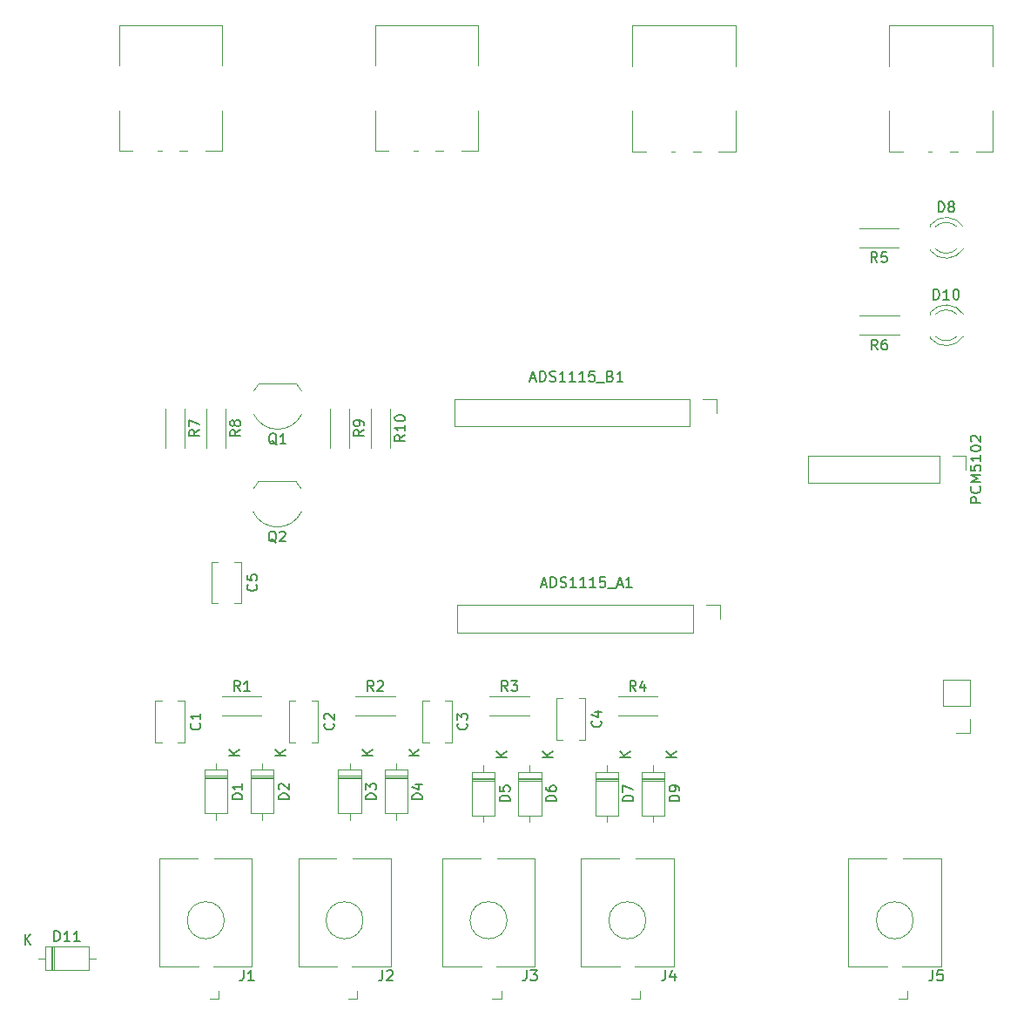
<source format=gbr>
%TF.GenerationSoftware,KiCad,Pcbnew,8.0.0*%
%TF.CreationDate,2024-04-01T16:50:34+09:00*%
%TF.ProjectId,Raverack,52617665-7261-4636-9b2e-6b696361645f,rev?*%
%TF.SameCoordinates,Original*%
%TF.FileFunction,Legend,Top*%
%TF.FilePolarity,Positive*%
%FSLAX46Y46*%
G04 Gerber Fmt 4.6, Leading zero omitted, Abs format (unit mm)*
G04 Created by KiCad (PCBNEW 8.0.0) date 2024-04-01 16:50:34*
%MOMM*%
%LPD*%
G01*
G04 APERTURE LIST*
%ADD10C,0.150000*%
%ADD11C,0.120000*%
G04 APERTURE END LIST*
D10*
X124909580Y-103666666D02*
X124957200Y-103714285D01*
X124957200Y-103714285D02*
X125004819Y-103857142D01*
X125004819Y-103857142D02*
X125004819Y-103952380D01*
X125004819Y-103952380D02*
X124957200Y-104095237D01*
X124957200Y-104095237D02*
X124861961Y-104190475D01*
X124861961Y-104190475D02*
X124766723Y-104238094D01*
X124766723Y-104238094D02*
X124576247Y-104285713D01*
X124576247Y-104285713D02*
X124433390Y-104285713D01*
X124433390Y-104285713D02*
X124242914Y-104238094D01*
X124242914Y-104238094D02*
X124147676Y-104190475D01*
X124147676Y-104190475D02*
X124052438Y-104095237D01*
X124052438Y-104095237D02*
X124004819Y-103952380D01*
X124004819Y-103952380D02*
X124004819Y-103857142D01*
X124004819Y-103857142D02*
X124052438Y-103714285D01*
X124052438Y-103714285D02*
X124100057Y-103666666D01*
X124100057Y-103285713D02*
X124052438Y-103238094D01*
X124052438Y-103238094D02*
X124004819Y-103142856D01*
X124004819Y-103142856D02*
X124004819Y-102904761D01*
X124004819Y-102904761D02*
X124052438Y-102809523D01*
X124052438Y-102809523D02*
X124100057Y-102761904D01*
X124100057Y-102761904D02*
X124195295Y-102714285D01*
X124195295Y-102714285D02*
X124290533Y-102714285D01*
X124290533Y-102714285D02*
X124433390Y-102761904D01*
X124433390Y-102761904D02*
X125004819Y-103333332D01*
X125004819Y-103333332D02*
X125004819Y-102714285D01*
X154333333Y-100534819D02*
X154000000Y-100058628D01*
X153761905Y-100534819D02*
X153761905Y-99534819D01*
X153761905Y-99534819D02*
X154142857Y-99534819D01*
X154142857Y-99534819D02*
X154238095Y-99582438D01*
X154238095Y-99582438D02*
X154285714Y-99630057D01*
X154285714Y-99630057D02*
X154333333Y-99725295D01*
X154333333Y-99725295D02*
X154333333Y-99868152D01*
X154333333Y-99868152D02*
X154285714Y-99963390D01*
X154285714Y-99963390D02*
X154238095Y-100011009D01*
X154238095Y-100011009D02*
X154142857Y-100058628D01*
X154142857Y-100058628D02*
X153761905Y-100058628D01*
X155190476Y-99868152D02*
X155190476Y-100534819D01*
X154952381Y-99487200D02*
X154714286Y-100201485D01*
X154714286Y-100201485D02*
X155333333Y-100201485D01*
X128833333Y-100534819D02*
X128500000Y-100058628D01*
X128261905Y-100534819D02*
X128261905Y-99534819D01*
X128261905Y-99534819D02*
X128642857Y-99534819D01*
X128642857Y-99534819D02*
X128738095Y-99582438D01*
X128738095Y-99582438D02*
X128785714Y-99630057D01*
X128785714Y-99630057D02*
X128833333Y-99725295D01*
X128833333Y-99725295D02*
X128833333Y-99868152D01*
X128833333Y-99868152D02*
X128785714Y-99963390D01*
X128785714Y-99963390D02*
X128738095Y-100011009D01*
X128738095Y-100011009D02*
X128642857Y-100058628D01*
X128642857Y-100058628D02*
X128261905Y-100058628D01*
X129214286Y-99630057D02*
X129261905Y-99582438D01*
X129261905Y-99582438D02*
X129357143Y-99534819D01*
X129357143Y-99534819D02*
X129595238Y-99534819D01*
X129595238Y-99534819D02*
X129690476Y-99582438D01*
X129690476Y-99582438D02*
X129738095Y-99630057D01*
X129738095Y-99630057D02*
X129785714Y-99725295D01*
X129785714Y-99725295D02*
X129785714Y-99820533D01*
X129785714Y-99820533D02*
X129738095Y-99963390D01*
X129738095Y-99963390D02*
X129166667Y-100534819D01*
X129166667Y-100534819D02*
X129785714Y-100534819D01*
X116074819Y-111048094D02*
X115074819Y-111048094D01*
X115074819Y-111048094D02*
X115074819Y-110809999D01*
X115074819Y-110809999D02*
X115122438Y-110667142D01*
X115122438Y-110667142D02*
X115217676Y-110571904D01*
X115217676Y-110571904D02*
X115312914Y-110524285D01*
X115312914Y-110524285D02*
X115503390Y-110476666D01*
X115503390Y-110476666D02*
X115646247Y-110476666D01*
X115646247Y-110476666D02*
X115836723Y-110524285D01*
X115836723Y-110524285D02*
X115931961Y-110571904D01*
X115931961Y-110571904D02*
X116027200Y-110667142D01*
X116027200Y-110667142D02*
X116074819Y-110809999D01*
X116074819Y-110809999D02*
X116074819Y-111048094D01*
X116074819Y-109524285D02*
X116074819Y-110095713D01*
X116074819Y-109809999D02*
X115074819Y-109809999D01*
X115074819Y-109809999D02*
X115217676Y-109905237D01*
X115217676Y-109905237D02*
X115312914Y-110000475D01*
X115312914Y-110000475D02*
X115360533Y-110095713D01*
X115754819Y-106761904D02*
X114754819Y-106761904D01*
X115754819Y-106190476D02*
X115183390Y-106619047D01*
X114754819Y-106190476D02*
X115326247Y-106761904D01*
X129696666Y-127654819D02*
X129696666Y-128369104D01*
X129696666Y-128369104D02*
X129649047Y-128511961D01*
X129649047Y-128511961D02*
X129553809Y-128607200D01*
X129553809Y-128607200D02*
X129410952Y-128654819D01*
X129410952Y-128654819D02*
X129315714Y-128654819D01*
X130125238Y-127750057D02*
X130172857Y-127702438D01*
X130172857Y-127702438D02*
X130268095Y-127654819D01*
X130268095Y-127654819D02*
X130506190Y-127654819D01*
X130506190Y-127654819D02*
X130601428Y-127702438D01*
X130601428Y-127702438D02*
X130649047Y-127750057D01*
X130649047Y-127750057D02*
X130696666Y-127845295D01*
X130696666Y-127845295D02*
X130696666Y-127940533D01*
X130696666Y-127940533D02*
X130649047Y-128083390D01*
X130649047Y-128083390D02*
X130077619Y-128654819D01*
X130077619Y-128654819D02*
X130696666Y-128654819D01*
X150909580Y-103416666D02*
X150957200Y-103464285D01*
X150957200Y-103464285D02*
X151004819Y-103607142D01*
X151004819Y-103607142D02*
X151004819Y-103702380D01*
X151004819Y-103702380D02*
X150957200Y-103845237D01*
X150957200Y-103845237D02*
X150861961Y-103940475D01*
X150861961Y-103940475D02*
X150766723Y-103988094D01*
X150766723Y-103988094D02*
X150576247Y-104035713D01*
X150576247Y-104035713D02*
X150433390Y-104035713D01*
X150433390Y-104035713D02*
X150242914Y-103988094D01*
X150242914Y-103988094D02*
X150147676Y-103940475D01*
X150147676Y-103940475D02*
X150052438Y-103845237D01*
X150052438Y-103845237D02*
X150004819Y-103702380D01*
X150004819Y-103702380D02*
X150004819Y-103607142D01*
X150004819Y-103607142D02*
X150052438Y-103464285D01*
X150052438Y-103464285D02*
X150100057Y-103416666D01*
X150338152Y-102559523D02*
X151004819Y-102559523D01*
X149957200Y-102797618D02*
X150671485Y-103035713D01*
X150671485Y-103035713D02*
X150671485Y-102416666D01*
X119364761Y-86110057D02*
X119269523Y-86062438D01*
X119269523Y-86062438D02*
X119174285Y-85967200D01*
X119174285Y-85967200D02*
X119031428Y-85824342D01*
X119031428Y-85824342D02*
X118936190Y-85776723D01*
X118936190Y-85776723D02*
X118840952Y-85776723D01*
X118888571Y-86014819D02*
X118793333Y-85967200D01*
X118793333Y-85967200D02*
X118698095Y-85871961D01*
X118698095Y-85871961D02*
X118650476Y-85681485D01*
X118650476Y-85681485D02*
X118650476Y-85348152D01*
X118650476Y-85348152D02*
X118698095Y-85157676D01*
X118698095Y-85157676D02*
X118793333Y-85062438D01*
X118793333Y-85062438D02*
X118888571Y-85014819D01*
X118888571Y-85014819D02*
X119079047Y-85014819D01*
X119079047Y-85014819D02*
X119174285Y-85062438D01*
X119174285Y-85062438D02*
X119269523Y-85157676D01*
X119269523Y-85157676D02*
X119317142Y-85348152D01*
X119317142Y-85348152D02*
X119317142Y-85681485D01*
X119317142Y-85681485D02*
X119269523Y-85871961D01*
X119269523Y-85871961D02*
X119174285Y-85967200D01*
X119174285Y-85967200D02*
X119079047Y-86014819D01*
X119079047Y-86014819D02*
X118888571Y-86014819D01*
X119698095Y-85110057D02*
X119745714Y-85062438D01*
X119745714Y-85062438D02*
X119840952Y-85014819D01*
X119840952Y-85014819D02*
X120079047Y-85014819D01*
X120079047Y-85014819D02*
X120174285Y-85062438D01*
X120174285Y-85062438D02*
X120221904Y-85110057D01*
X120221904Y-85110057D02*
X120269523Y-85205295D01*
X120269523Y-85205295D02*
X120269523Y-85300533D01*
X120269523Y-85300533D02*
X120221904Y-85443390D01*
X120221904Y-85443390D02*
X119650476Y-86014819D01*
X119650476Y-86014819D02*
X120269523Y-86014819D01*
X145135238Y-90169104D02*
X145611428Y-90169104D01*
X145040000Y-90454819D02*
X145373333Y-89454819D01*
X145373333Y-89454819D02*
X145706666Y-90454819D01*
X146040000Y-90454819D02*
X146040000Y-89454819D01*
X146040000Y-89454819D02*
X146278095Y-89454819D01*
X146278095Y-89454819D02*
X146420952Y-89502438D01*
X146420952Y-89502438D02*
X146516190Y-89597676D01*
X146516190Y-89597676D02*
X146563809Y-89692914D01*
X146563809Y-89692914D02*
X146611428Y-89883390D01*
X146611428Y-89883390D02*
X146611428Y-90026247D01*
X146611428Y-90026247D02*
X146563809Y-90216723D01*
X146563809Y-90216723D02*
X146516190Y-90311961D01*
X146516190Y-90311961D02*
X146420952Y-90407200D01*
X146420952Y-90407200D02*
X146278095Y-90454819D01*
X146278095Y-90454819D02*
X146040000Y-90454819D01*
X146992381Y-90407200D02*
X147135238Y-90454819D01*
X147135238Y-90454819D02*
X147373333Y-90454819D01*
X147373333Y-90454819D02*
X147468571Y-90407200D01*
X147468571Y-90407200D02*
X147516190Y-90359580D01*
X147516190Y-90359580D02*
X147563809Y-90264342D01*
X147563809Y-90264342D02*
X147563809Y-90169104D01*
X147563809Y-90169104D02*
X147516190Y-90073866D01*
X147516190Y-90073866D02*
X147468571Y-90026247D01*
X147468571Y-90026247D02*
X147373333Y-89978628D01*
X147373333Y-89978628D02*
X147182857Y-89931009D01*
X147182857Y-89931009D02*
X147087619Y-89883390D01*
X147087619Y-89883390D02*
X147040000Y-89835771D01*
X147040000Y-89835771D02*
X146992381Y-89740533D01*
X146992381Y-89740533D02*
X146992381Y-89645295D01*
X146992381Y-89645295D02*
X147040000Y-89550057D01*
X147040000Y-89550057D02*
X147087619Y-89502438D01*
X147087619Y-89502438D02*
X147182857Y-89454819D01*
X147182857Y-89454819D02*
X147420952Y-89454819D01*
X147420952Y-89454819D02*
X147563809Y-89502438D01*
X148516190Y-90454819D02*
X147944762Y-90454819D01*
X148230476Y-90454819D02*
X148230476Y-89454819D01*
X148230476Y-89454819D02*
X148135238Y-89597676D01*
X148135238Y-89597676D02*
X148040000Y-89692914D01*
X148040000Y-89692914D02*
X147944762Y-89740533D01*
X149468571Y-90454819D02*
X148897143Y-90454819D01*
X149182857Y-90454819D02*
X149182857Y-89454819D01*
X149182857Y-89454819D02*
X149087619Y-89597676D01*
X149087619Y-89597676D02*
X148992381Y-89692914D01*
X148992381Y-89692914D02*
X148897143Y-89740533D01*
X150420952Y-90454819D02*
X149849524Y-90454819D01*
X150135238Y-90454819D02*
X150135238Y-89454819D01*
X150135238Y-89454819D02*
X150040000Y-89597676D01*
X150040000Y-89597676D02*
X149944762Y-89692914D01*
X149944762Y-89692914D02*
X149849524Y-89740533D01*
X151325714Y-89454819D02*
X150849524Y-89454819D01*
X150849524Y-89454819D02*
X150801905Y-89931009D01*
X150801905Y-89931009D02*
X150849524Y-89883390D01*
X150849524Y-89883390D02*
X150944762Y-89835771D01*
X150944762Y-89835771D02*
X151182857Y-89835771D01*
X151182857Y-89835771D02*
X151278095Y-89883390D01*
X151278095Y-89883390D02*
X151325714Y-89931009D01*
X151325714Y-89931009D02*
X151373333Y-90026247D01*
X151373333Y-90026247D02*
X151373333Y-90264342D01*
X151373333Y-90264342D02*
X151325714Y-90359580D01*
X151325714Y-90359580D02*
X151278095Y-90407200D01*
X151278095Y-90407200D02*
X151182857Y-90454819D01*
X151182857Y-90454819D02*
X150944762Y-90454819D01*
X150944762Y-90454819D02*
X150849524Y-90407200D01*
X150849524Y-90407200D02*
X150801905Y-90359580D01*
X151563810Y-90550057D02*
X152325714Y-90550057D01*
X152516191Y-90169104D02*
X152992381Y-90169104D01*
X152420953Y-90454819D02*
X152754286Y-89454819D01*
X152754286Y-89454819D02*
X153087619Y-90454819D01*
X153944762Y-90454819D02*
X153373334Y-90454819D01*
X153659048Y-90454819D02*
X153659048Y-89454819D01*
X153659048Y-89454819D02*
X153563810Y-89597676D01*
X153563810Y-89597676D02*
X153468572Y-89692914D01*
X153468572Y-89692914D02*
X153373334Y-89740533D01*
X115833333Y-100534819D02*
X115500000Y-100058628D01*
X115261905Y-100534819D02*
X115261905Y-99534819D01*
X115261905Y-99534819D02*
X115642857Y-99534819D01*
X115642857Y-99534819D02*
X115738095Y-99582438D01*
X115738095Y-99582438D02*
X115785714Y-99630057D01*
X115785714Y-99630057D02*
X115833333Y-99725295D01*
X115833333Y-99725295D02*
X115833333Y-99868152D01*
X115833333Y-99868152D02*
X115785714Y-99963390D01*
X115785714Y-99963390D02*
X115738095Y-100011009D01*
X115738095Y-100011009D02*
X115642857Y-100058628D01*
X115642857Y-100058628D02*
X115261905Y-100058628D01*
X116785714Y-100534819D02*
X116214286Y-100534819D01*
X116500000Y-100534819D02*
X116500000Y-99534819D01*
X116500000Y-99534819D02*
X116404762Y-99677676D01*
X116404762Y-99677676D02*
X116309524Y-99772914D01*
X116309524Y-99772914D02*
X116214286Y-99820533D01*
X142074819Y-111238094D02*
X141074819Y-111238094D01*
X141074819Y-111238094D02*
X141074819Y-110999999D01*
X141074819Y-110999999D02*
X141122438Y-110857142D01*
X141122438Y-110857142D02*
X141217676Y-110761904D01*
X141217676Y-110761904D02*
X141312914Y-110714285D01*
X141312914Y-110714285D02*
X141503390Y-110666666D01*
X141503390Y-110666666D02*
X141646247Y-110666666D01*
X141646247Y-110666666D02*
X141836723Y-110714285D01*
X141836723Y-110714285D02*
X141931961Y-110761904D01*
X141931961Y-110761904D02*
X142027200Y-110857142D01*
X142027200Y-110857142D02*
X142074819Y-110999999D01*
X142074819Y-110999999D02*
X142074819Y-111238094D01*
X141074819Y-109761904D02*
X141074819Y-110238094D01*
X141074819Y-110238094D02*
X141551009Y-110285713D01*
X141551009Y-110285713D02*
X141503390Y-110238094D01*
X141503390Y-110238094D02*
X141455771Y-110142856D01*
X141455771Y-110142856D02*
X141455771Y-109904761D01*
X141455771Y-109904761D02*
X141503390Y-109809523D01*
X141503390Y-109809523D02*
X141551009Y-109761904D01*
X141551009Y-109761904D02*
X141646247Y-109714285D01*
X141646247Y-109714285D02*
X141884342Y-109714285D01*
X141884342Y-109714285D02*
X141979580Y-109761904D01*
X141979580Y-109761904D02*
X142027200Y-109809523D01*
X142027200Y-109809523D02*
X142074819Y-109904761D01*
X142074819Y-109904761D02*
X142074819Y-110142856D01*
X142074819Y-110142856D02*
X142027200Y-110238094D01*
X142027200Y-110238094D02*
X141979580Y-110285713D01*
X141754819Y-106951904D02*
X140754819Y-106951904D01*
X141754819Y-106380476D02*
X141183390Y-106809047D01*
X140754819Y-106380476D02*
X141326247Y-106951904D01*
X183756905Y-53994819D02*
X183756905Y-52994819D01*
X183756905Y-52994819D02*
X183995000Y-52994819D01*
X183995000Y-52994819D02*
X184137857Y-53042438D01*
X184137857Y-53042438D02*
X184233095Y-53137676D01*
X184233095Y-53137676D02*
X184280714Y-53232914D01*
X184280714Y-53232914D02*
X184328333Y-53423390D01*
X184328333Y-53423390D02*
X184328333Y-53566247D01*
X184328333Y-53566247D02*
X184280714Y-53756723D01*
X184280714Y-53756723D02*
X184233095Y-53851961D01*
X184233095Y-53851961D02*
X184137857Y-53947200D01*
X184137857Y-53947200D02*
X183995000Y-53994819D01*
X183995000Y-53994819D02*
X183756905Y-53994819D01*
X184899762Y-53423390D02*
X184804524Y-53375771D01*
X184804524Y-53375771D02*
X184756905Y-53328152D01*
X184756905Y-53328152D02*
X184709286Y-53232914D01*
X184709286Y-53232914D02*
X184709286Y-53185295D01*
X184709286Y-53185295D02*
X184756905Y-53090057D01*
X184756905Y-53090057D02*
X184804524Y-53042438D01*
X184804524Y-53042438D02*
X184899762Y-52994819D01*
X184899762Y-52994819D02*
X185090238Y-52994819D01*
X185090238Y-52994819D02*
X185185476Y-53042438D01*
X185185476Y-53042438D02*
X185233095Y-53090057D01*
X185233095Y-53090057D02*
X185280714Y-53185295D01*
X185280714Y-53185295D02*
X185280714Y-53232914D01*
X185280714Y-53232914D02*
X185233095Y-53328152D01*
X185233095Y-53328152D02*
X185185476Y-53375771D01*
X185185476Y-53375771D02*
X185090238Y-53423390D01*
X185090238Y-53423390D02*
X184899762Y-53423390D01*
X184899762Y-53423390D02*
X184804524Y-53471009D01*
X184804524Y-53471009D02*
X184756905Y-53518628D01*
X184756905Y-53518628D02*
X184709286Y-53613866D01*
X184709286Y-53613866D02*
X184709286Y-53804342D01*
X184709286Y-53804342D02*
X184756905Y-53899580D01*
X184756905Y-53899580D02*
X184804524Y-53947200D01*
X184804524Y-53947200D02*
X184899762Y-53994819D01*
X184899762Y-53994819D02*
X185090238Y-53994819D01*
X185090238Y-53994819D02*
X185185476Y-53947200D01*
X185185476Y-53947200D02*
X185233095Y-53899580D01*
X185233095Y-53899580D02*
X185280714Y-53804342D01*
X185280714Y-53804342D02*
X185280714Y-53613866D01*
X185280714Y-53613866D02*
X185233095Y-53518628D01*
X185233095Y-53518628D02*
X185185476Y-53471009D01*
X185185476Y-53471009D02*
X185090238Y-53423390D01*
X158574819Y-111238094D02*
X157574819Y-111238094D01*
X157574819Y-111238094D02*
X157574819Y-110999999D01*
X157574819Y-110999999D02*
X157622438Y-110857142D01*
X157622438Y-110857142D02*
X157717676Y-110761904D01*
X157717676Y-110761904D02*
X157812914Y-110714285D01*
X157812914Y-110714285D02*
X158003390Y-110666666D01*
X158003390Y-110666666D02*
X158146247Y-110666666D01*
X158146247Y-110666666D02*
X158336723Y-110714285D01*
X158336723Y-110714285D02*
X158431961Y-110761904D01*
X158431961Y-110761904D02*
X158527200Y-110857142D01*
X158527200Y-110857142D02*
X158574819Y-110999999D01*
X158574819Y-110999999D02*
X158574819Y-111238094D01*
X158574819Y-110190475D02*
X158574819Y-109999999D01*
X158574819Y-109999999D02*
X158527200Y-109904761D01*
X158527200Y-109904761D02*
X158479580Y-109857142D01*
X158479580Y-109857142D02*
X158336723Y-109761904D01*
X158336723Y-109761904D02*
X158146247Y-109714285D01*
X158146247Y-109714285D02*
X157765295Y-109714285D01*
X157765295Y-109714285D02*
X157670057Y-109761904D01*
X157670057Y-109761904D02*
X157622438Y-109809523D01*
X157622438Y-109809523D02*
X157574819Y-109904761D01*
X157574819Y-109904761D02*
X157574819Y-110095237D01*
X157574819Y-110095237D02*
X157622438Y-110190475D01*
X157622438Y-110190475D02*
X157670057Y-110238094D01*
X157670057Y-110238094D02*
X157765295Y-110285713D01*
X157765295Y-110285713D02*
X158003390Y-110285713D01*
X158003390Y-110285713D02*
X158098628Y-110238094D01*
X158098628Y-110238094D02*
X158146247Y-110190475D01*
X158146247Y-110190475D02*
X158193866Y-110095237D01*
X158193866Y-110095237D02*
X158193866Y-109904761D01*
X158193866Y-109904761D02*
X158146247Y-109809523D01*
X158146247Y-109809523D02*
X158098628Y-109761904D01*
X158098628Y-109761904D02*
X158003390Y-109714285D01*
X158254819Y-106951904D02*
X157254819Y-106951904D01*
X158254819Y-106380476D02*
X157683390Y-106809047D01*
X157254819Y-106380476D02*
X157826247Y-106951904D01*
X127874819Y-75166666D02*
X127398628Y-75499999D01*
X127874819Y-75738094D02*
X126874819Y-75738094D01*
X126874819Y-75738094D02*
X126874819Y-75357142D01*
X126874819Y-75357142D02*
X126922438Y-75261904D01*
X126922438Y-75261904D02*
X126970057Y-75214285D01*
X126970057Y-75214285D02*
X127065295Y-75166666D01*
X127065295Y-75166666D02*
X127208152Y-75166666D01*
X127208152Y-75166666D02*
X127303390Y-75214285D01*
X127303390Y-75214285D02*
X127351009Y-75261904D01*
X127351009Y-75261904D02*
X127398628Y-75357142D01*
X127398628Y-75357142D02*
X127398628Y-75738094D01*
X127874819Y-74690475D02*
X127874819Y-74499999D01*
X127874819Y-74499999D02*
X127827200Y-74404761D01*
X127827200Y-74404761D02*
X127779580Y-74357142D01*
X127779580Y-74357142D02*
X127636723Y-74261904D01*
X127636723Y-74261904D02*
X127446247Y-74214285D01*
X127446247Y-74214285D02*
X127065295Y-74214285D01*
X127065295Y-74214285D02*
X126970057Y-74261904D01*
X126970057Y-74261904D02*
X126922438Y-74309523D01*
X126922438Y-74309523D02*
X126874819Y-74404761D01*
X126874819Y-74404761D02*
X126874819Y-74595237D01*
X126874819Y-74595237D02*
X126922438Y-74690475D01*
X126922438Y-74690475D02*
X126970057Y-74738094D01*
X126970057Y-74738094D02*
X127065295Y-74785713D01*
X127065295Y-74785713D02*
X127303390Y-74785713D01*
X127303390Y-74785713D02*
X127398628Y-74738094D01*
X127398628Y-74738094D02*
X127446247Y-74690475D01*
X127446247Y-74690475D02*
X127493866Y-74595237D01*
X127493866Y-74595237D02*
X127493866Y-74404761D01*
X127493866Y-74404761D02*
X127446247Y-74309523D01*
X127446247Y-74309523D02*
X127398628Y-74261904D01*
X127398628Y-74261904D02*
X127303390Y-74214285D01*
X157196666Y-127654819D02*
X157196666Y-128369104D01*
X157196666Y-128369104D02*
X157149047Y-128511961D01*
X157149047Y-128511961D02*
X157053809Y-128607200D01*
X157053809Y-128607200D02*
X156910952Y-128654819D01*
X156910952Y-128654819D02*
X156815714Y-128654819D01*
X158101428Y-127988152D02*
X158101428Y-128654819D01*
X157863333Y-127607200D02*
X157625238Y-128321485D01*
X157625238Y-128321485D02*
X158244285Y-128321485D01*
X177793333Y-58874819D02*
X177460000Y-58398628D01*
X177221905Y-58874819D02*
X177221905Y-57874819D01*
X177221905Y-57874819D02*
X177602857Y-57874819D01*
X177602857Y-57874819D02*
X177698095Y-57922438D01*
X177698095Y-57922438D02*
X177745714Y-57970057D01*
X177745714Y-57970057D02*
X177793333Y-58065295D01*
X177793333Y-58065295D02*
X177793333Y-58208152D01*
X177793333Y-58208152D02*
X177745714Y-58303390D01*
X177745714Y-58303390D02*
X177698095Y-58351009D01*
X177698095Y-58351009D02*
X177602857Y-58398628D01*
X177602857Y-58398628D02*
X177221905Y-58398628D01*
X178698095Y-57874819D02*
X178221905Y-57874819D01*
X178221905Y-57874819D02*
X178174286Y-58351009D01*
X178174286Y-58351009D02*
X178221905Y-58303390D01*
X178221905Y-58303390D02*
X178317143Y-58255771D01*
X178317143Y-58255771D02*
X178555238Y-58255771D01*
X178555238Y-58255771D02*
X178650476Y-58303390D01*
X178650476Y-58303390D02*
X178698095Y-58351009D01*
X178698095Y-58351009D02*
X178745714Y-58446247D01*
X178745714Y-58446247D02*
X178745714Y-58684342D01*
X178745714Y-58684342D02*
X178698095Y-58779580D01*
X178698095Y-58779580D02*
X178650476Y-58827200D01*
X178650476Y-58827200D02*
X178555238Y-58874819D01*
X178555238Y-58874819D02*
X178317143Y-58874819D01*
X178317143Y-58874819D02*
X178221905Y-58827200D01*
X178221905Y-58827200D02*
X178174286Y-58779580D01*
X97785714Y-124834819D02*
X97785714Y-123834819D01*
X97785714Y-123834819D02*
X98023809Y-123834819D01*
X98023809Y-123834819D02*
X98166666Y-123882438D01*
X98166666Y-123882438D02*
X98261904Y-123977676D01*
X98261904Y-123977676D02*
X98309523Y-124072914D01*
X98309523Y-124072914D02*
X98357142Y-124263390D01*
X98357142Y-124263390D02*
X98357142Y-124406247D01*
X98357142Y-124406247D02*
X98309523Y-124596723D01*
X98309523Y-124596723D02*
X98261904Y-124691961D01*
X98261904Y-124691961D02*
X98166666Y-124787200D01*
X98166666Y-124787200D02*
X98023809Y-124834819D01*
X98023809Y-124834819D02*
X97785714Y-124834819D01*
X99309523Y-124834819D02*
X98738095Y-124834819D01*
X99023809Y-124834819D02*
X99023809Y-123834819D01*
X99023809Y-123834819D02*
X98928571Y-123977676D01*
X98928571Y-123977676D02*
X98833333Y-124072914D01*
X98833333Y-124072914D02*
X98738095Y-124120533D01*
X100261904Y-124834819D02*
X99690476Y-124834819D01*
X99976190Y-124834819D02*
X99976190Y-123834819D01*
X99976190Y-123834819D02*
X99880952Y-123977676D01*
X99880952Y-123977676D02*
X99785714Y-124072914D01*
X99785714Y-124072914D02*
X99690476Y-124120533D01*
X94928095Y-125154819D02*
X94928095Y-124154819D01*
X95499523Y-125154819D02*
X95070952Y-124583390D01*
X95499523Y-124154819D02*
X94928095Y-124726247D01*
X183280714Y-62494819D02*
X183280714Y-61494819D01*
X183280714Y-61494819D02*
X183518809Y-61494819D01*
X183518809Y-61494819D02*
X183661666Y-61542438D01*
X183661666Y-61542438D02*
X183756904Y-61637676D01*
X183756904Y-61637676D02*
X183804523Y-61732914D01*
X183804523Y-61732914D02*
X183852142Y-61923390D01*
X183852142Y-61923390D02*
X183852142Y-62066247D01*
X183852142Y-62066247D02*
X183804523Y-62256723D01*
X183804523Y-62256723D02*
X183756904Y-62351961D01*
X183756904Y-62351961D02*
X183661666Y-62447200D01*
X183661666Y-62447200D02*
X183518809Y-62494819D01*
X183518809Y-62494819D02*
X183280714Y-62494819D01*
X184804523Y-62494819D02*
X184233095Y-62494819D01*
X184518809Y-62494819D02*
X184518809Y-61494819D01*
X184518809Y-61494819D02*
X184423571Y-61637676D01*
X184423571Y-61637676D02*
X184328333Y-61732914D01*
X184328333Y-61732914D02*
X184233095Y-61780533D01*
X185423571Y-61494819D02*
X185518809Y-61494819D01*
X185518809Y-61494819D02*
X185614047Y-61542438D01*
X185614047Y-61542438D02*
X185661666Y-61590057D01*
X185661666Y-61590057D02*
X185709285Y-61685295D01*
X185709285Y-61685295D02*
X185756904Y-61875771D01*
X185756904Y-61875771D02*
X185756904Y-62113866D01*
X185756904Y-62113866D02*
X185709285Y-62304342D01*
X185709285Y-62304342D02*
X185661666Y-62399580D01*
X185661666Y-62399580D02*
X185614047Y-62447200D01*
X185614047Y-62447200D02*
X185518809Y-62494819D01*
X185518809Y-62494819D02*
X185423571Y-62494819D01*
X185423571Y-62494819D02*
X185328333Y-62447200D01*
X185328333Y-62447200D02*
X185280714Y-62399580D01*
X185280714Y-62399580D02*
X185233095Y-62304342D01*
X185233095Y-62304342D02*
X185185476Y-62113866D01*
X185185476Y-62113866D02*
X185185476Y-61875771D01*
X185185476Y-61875771D02*
X185233095Y-61685295D01*
X185233095Y-61685295D02*
X185280714Y-61590057D01*
X185280714Y-61590057D02*
X185328333Y-61542438D01*
X185328333Y-61542438D02*
X185423571Y-61494819D01*
X146574819Y-111238094D02*
X145574819Y-111238094D01*
X145574819Y-111238094D02*
X145574819Y-110999999D01*
X145574819Y-110999999D02*
X145622438Y-110857142D01*
X145622438Y-110857142D02*
X145717676Y-110761904D01*
X145717676Y-110761904D02*
X145812914Y-110714285D01*
X145812914Y-110714285D02*
X146003390Y-110666666D01*
X146003390Y-110666666D02*
X146146247Y-110666666D01*
X146146247Y-110666666D02*
X146336723Y-110714285D01*
X146336723Y-110714285D02*
X146431961Y-110761904D01*
X146431961Y-110761904D02*
X146527200Y-110857142D01*
X146527200Y-110857142D02*
X146574819Y-110999999D01*
X146574819Y-110999999D02*
X146574819Y-111238094D01*
X145574819Y-109809523D02*
X145574819Y-109999999D01*
X145574819Y-109999999D02*
X145622438Y-110095237D01*
X145622438Y-110095237D02*
X145670057Y-110142856D01*
X145670057Y-110142856D02*
X145812914Y-110238094D01*
X145812914Y-110238094D02*
X146003390Y-110285713D01*
X146003390Y-110285713D02*
X146384342Y-110285713D01*
X146384342Y-110285713D02*
X146479580Y-110238094D01*
X146479580Y-110238094D02*
X146527200Y-110190475D01*
X146527200Y-110190475D02*
X146574819Y-110095237D01*
X146574819Y-110095237D02*
X146574819Y-109904761D01*
X146574819Y-109904761D02*
X146527200Y-109809523D01*
X146527200Y-109809523D02*
X146479580Y-109761904D01*
X146479580Y-109761904D02*
X146384342Y-109714285D01*
X146384342Y-109714285D02*
X146146247Y-109714285D01*
X146146247Y-109714285D02*
X146051009Y-109761904D01*
X146051009Y-109761904D02*
X146003390Y-109809523D01*
X146003390Y-109809523D02*
X145955771Y-109904761D01*
X145955771Y-109904761D02*
X145955771Y-110095237D01*
X145955771Y-110095237D02*
X146003390Y-110190475D01*
X146003390Y-110190475D02*
X146051009Y-110238094D01*
X146051009Y-110238094D02*
X146146247Y-110285713D01*
X146254819Y-106951904D02*
X145254819Y-106951904D01*
X146254819Y-106380476D02*
X145683390Y-106809047D01*
X145254819Y-106380476D02*
X145826247Y-106951904D01*
X137859580Y-103666666D02*
X137907200Y-103714285D01*
X137907200Y-103714285D02*
X137954819Y-103857142D01*
X137954819Y-103857142D02*
X137954819Y-103952380D01*
X137954819Y-103952380D02*
X137907200Y-104095237D01*
X137907200Y-104095237D02*
X137811961Y-104190475D01*
X137811961Y-104190475D02*
X137716723Y-104238094D01*
X137716723Y-104238094D02*
X137526247Y-104285713D01*
X137526247Y-104285713D02*
X137383390Y-104285713D01*
X137383390Y-104285713D02*
X137192914Y-104238094D01*
X137192914Y-104238094D02*
X137097676Y-104190475D01*
X137097676Y-104190475D02*
X137002438Y-104095237D01*
X137002438Y-104095237D02*
X136954819Y-103952380D01*
X136954819Y-103952380D02*
X136954819Y-103857142D01*
X136954819Y-103857142D02*
X137002438Y-103714285D01*
X137002438Y-103714285D02*
X137050057Y-103666666D01*
X136954819Y-103333332D02*
X136954819Y-102714285D01*
X136954819Y-102714285D02*
X137335771Y-103047618D01*
X137335771Y-103047618D02*
X137335771Y-102904761D01*
X137335771Y-102904761D02*
X137383390Y-102809523D01*
X137383390Y-102809523D02*
X137431009Y-102761904D01*
X137431009Y-102761904D02*
X137526247Y-102714285D01*
X137526247Y-102714285D02*
X137764342Y-102714285D01*
X137764342Y-102714285D02*
X137859580Y-102761904D01*
X137859580Y-102761904D02*
X137907200Y-102809523D01*
X137907200Y-102809523D02*
X137954819Y-102904761D01*
X137954819Y-102904761D02*
X137954819Y-103190475D01*
X137954819Y-103190475D02*
X137907200Y-103285713D01*
X137907200Y-103285713D02*
X137859580Y-103333332D01*
X154074819Y-111238094D02*
X153074819Y-111238094D01*
X153074819Y-111238094D02*
X153074819Y-110999999D01*
X153074819Y-110999999D02*
X153122438Y-110857142D01*
X153122438Y-110857142D02*
X153217676Y-110761904D01*
X153217676Y-110761904D02*
X153312914Y-110714285D01*
X153312914Y-110714285D02*
X153503390Y-110666666D01*
X153503390Y-110666666D02*
X153646247Y-110666666D01*
X153646247Y-110666666D02*
X153836723Y-110714285D01*
X153836723Y-110714285D02*
X153931961Y-110761904D01*
X153931961Y-110761904D02*
X154027200Y-110857142D01*
X154027200Y-110857142D02*
X154074819Y-110999999D01*
X154074819Y-110999999D02*
X154074819Y-111238094D01*
X153074819Y-110333332D02*
X153074819Y-109666666D01*
X153074819Y-109666666D02*
X154074819Y-110095237D01*
X153754819Y-106951904D02*
X152754819Y-106951904D01*
X153754819Y-106380476D02*
X153183390Y-106809047D01*
X152754819Y-106380476D02*
X153326247Y-106951904D01*
X120574819Y-111048094D02*
X119574819Y-111048094D01*
X119574819Y-111048094D02*
X119574819Y-110809999D01*
X119574819Y-110809999D02*
X119622438Y-110667142D01*
X119622438Y-110667142D02*
X119717676Y-110571904D01*
X119717676Y-110571904D02*
X119812914Y-110524285D01*
X119812914Y-110524285D02*
X120003390Y-110476666D01*
X120003390Y-110476666D02*
X120146247Y-110476666D01*
X120146247Y-110476666D02*
X120336723Y-110524285D01*
X120336723Y-110524285D02*
X120431961Y-110571904D01*
X120431961Y-110571904D02*
X120527200Y-110667142D01*
X120527200Y-110667142D02*
X120574819Y-110809999D01*
X120574819Y-110809999D02*
X120574819Y-111048094D01*
X119670057Y-110095713D02*
X119622438Y-110048094D01*
X119622438Y-110048094D02*
X119574819Y-109952856D01*
X119574819Y-109952856D02*
X119574819Y-109714761D01*
X119574819Y-109714761D02*
X119622438Y-109619523D01*
X119622438Y-109619523D02*
X119670057Y-109571904D01*
X119670057Y-109571904D02*
X119765295Y-109524285D01*
X119765295Y-109524285D02*
X119860533Y-109524285D01*
X119860533Y-109524285D02*
X120003390Y-109571904D01*
X120003390Y-109571904D02*
X120574819Y-110143332D01*
X120574819Y-110143332D02*
X120574819Y-109524285D01*
X120254819Y-106761904D02*
X119254819Y-106761904D01*
X120254819Y-106190476D02*
X119683390Y-106619047D01*
X119254819Y-106190476D02*
X119826247Y-106761904D01*
X116196666Y-127654819D02*
X116196666Y-128369104D01*
X116196666Y-128369104D02*
X116149047Y-128511961D01*
X116149047Y-128511961D02*
X116053809Y-128607200D01*
X116053809Y-128607200D02*
X115910952Y-128654819D01*
X115910952Y-128654819D02*
X115815714Y-128654819D01*
X117196666Y-128654819D02*
X116625238Y-128654819D01*
X116910952Y-128654819D02*
X116910952Y-127654819D01*
X116910952Y-127654819D02*
X116815714Y-127797676D01*
X116815714Y-127797676D02*
X116720476Y-127892914D01*
X116720476Y-127892914D02*
X116625238Y-127940533D01*
X183196666Y-127654819D02*
X183196666Y-128369104D01*
X183196666Y-128369104D02*
X183149047Y-128511961D01*
X183149047Y-128511961D02*
X183053809Y-128607200D01*
X183053809Y-128607200D02*
X182910952Y-128654819D01*
X182910952Y-128654819D02*
X182815714Y-128654819D01*
X184149047Y-127654819D02*
X183672857Y-127654819D01*
X183672857Y-127654819D02*
X183625238Y-128131009D01*
X183625238Y-128131009D02*
X183672857Y-128083390D01*
X183672857Y-128083390D02*
X183768095Y-128035771D01*
X183768095Y-128035771D02*
X184006190Y-128035771D01*
X184006190Y-128035771D02*
X184101428Y-128083390D01*
X184101428Y-128083390D02*
X184149047Y-128131009D01*
X184149047Y-128131009D02*
X184196666Y-128226247D01*
X184196666Y-128226247D02*
X184196666Y-128464342D01*
X184196666Y-128464342D02*
X184149047Y-128559580D01*
X184149047Y-128559580D02*
X184101428Y-128607200D01*
X184101428Y-128607200D02*
X184006190Y-128654819D01*
X184006190Y-128654819D02*
X183768095Y-128654819D01*
X183768095Y-128654819D02*
X183672857Y-128607200D01*
X183672857Y-128607200D02*
X183625238Y-128559580D01*
X141873333Y-100534819D02*
X141540000Y-100058628D01*
X141301905Y-100534819D02*
X141301905Y-99534819D01*
X141301905Y-99534819D02*
X141682857Y-99534819D01*
X141682857Y-99534819D02*
X141778095Y-99582438D01*
X141778095Y-99582438D02*
X141825714Y-99630057D01*
X141825714Y-99630057D02*
X141873333Y-99725295D01*
X141873333Y-99725295D02*
X141873333Y-99868152D01*
X141873333Y-99868152D02*
X141825714Y-99963390D01*
X141825714Y-99963390D02*
X141778095Y-100011009D01*
X141778095Y-100011009D02*
X141682857Y-100058628D01*
X141682857Y-100058628D02*
X141301905Y-100058628D01*
X142206667Y-99534819D02*
X142825714Y-99534819D01*
X142825714Y-99534819D02*
X142492381Y-99915771D01*
X142492381Y-99915771D02*
X142635238Y-99915771D01*
X142635238Y-99915771D02*
X142730476Y-99963390D01*
X142730476Y-99963390D02*
X142778095Y-100011009D01*
X142778095Y-100011009D02*
X142825714Y-100106247D01*
X142825714Y-100106247D02*
X142825714Y-100344342D01*
X142825714Y-100344342D02*
X142778095Y-100439580D01*
X142778095Y-100439580D02*
X142730476Y-100487200D01*
X142730476Y-100487200D02*
X142635238Y-100534819D01*
X142635238Y-100534819D02*
X142349524Y-100534819D01*
X142349524Y-100534819D02*
X142254286Y-100487200D01*
X142254286Y-100487200D02*
X142206667Y-100439580D01*
X143696666Y-127654819D02*
X143696666Y-128369104D01*
X143696666Y-128369104D02*
X143649047Y-128511961D01*
X143649047Y-128511961D02*
X143553809Y-128607200D01*
X143553809Y-128607200D02*
X143410952Y-128654819D01*
X143410952Y-128654819D02*
X143315714Y-128654819D01*
X144077619Y-127654819D02*
X144696666Y-127654819D01*
X144696666Y-127654819D02*
X144363333Y-128035771D01*
X144363333Y-128035771D02*
X144506190Y-128035771D01*
X144506190Y-128035771D02*
X144601428Y-128083390D01*
X144601428Y-128083390D02*
X144649047Y-128131009D01*
X144649047Y-128131009D02*
X144696666Y-128226247D01*
X144696666Y-128226247D02*
X144696666Y-128464342D01*
X144696666Y-128464342D02*
X144649047Y-128559580D01*
X144649047Y-128559580D02*
X144601428Y-128607200D01*
X144601428Y-128607200D02*
X144506190Y-128654819D01*
X144506190Y-128654819D02*
X144220476Y-128654819D01*
X144220476Y-128654819D02*
X144125238Y-128607200D01*
X144125238Y-128607200D02*
X144077619Y-128559580D01*
X111874819Y-75166666D02*
X111398628Y-75499999D01*
X111874819Y-75738094D02*
X110874819Y-75738094D01*
X110874819Y-75738094D02*
X110874819Y-75357142D01*
X110874819Y-75357142D02*
X110922438Y-75261904D01*
X110922438Y-75261904D02*
X110970057Y-75214285D01*
X110970057Y-75214285D02*
X111065295Y-75166666D01*
X111065295Y-75166666D02*
X111208152Y-75166666D01*
X111208152Y-75166666D02*
X111303390Y-75214285D01*
X111303390Y-75214285D02*
X111351009Y-75261904D01*
X111351009Y-75261904D02*
X111398628Y-75357142D01*
X111398628Y-75357142D02*
X111398628Y-75738094D01*
X110874819Y-74833332D02*
X110874819Y-74166666D01*
X110874819Y-74166666D02*
X111874819Y-74595237D01*
X131874819Y-75642857D02*
X131398628Y-75976190D01*
X131874819Y-76214285D02*
X130874819Y-76214285D01*
X130874819Y-76214285D02*
X130874819Y-75833333D01*
X130874819Y-75833333D02*
X130922438Y-75738095D01*
X130922438Y-75738095D02*
X130970057Y-75690476D01*
X130970057Y-75690476D02*
X131065295Y-75642857D01*
X131065295Y-75642857D02*
X131208152Y-75642857D01*
X131208152Y-75642857D02*
X131303390Y-75690476D01*
X131303390Y-75690476D02*
X131351009Y-75738095D01*
X131351009Y-75738095D02*
X131398628Y-75833333D01*
X131398628Y-75833333D02*
X131398628Y-76214285D01*
X131874819Y-74690476D02*
X131874819Y-75261904D01*
X131874819Y-74976190D02*
X130874819Y-74976190D01*
X130874819Y-74976190D02*
X131017676Y-75071428D01*
X131017676Y-75071428D02*
X131112914Y-75166666D01*
X131112914Y-75166666D02*
X131160533Y-75261904D01*
X130874819Y-74071428D02*
X130874819Y-73976190D01*
X130874819Y-73976190D02*
X130922438Y-73880952D01*
X130922438Y-73880952D02*
X130970057Y-73833333D01*
X130970057Y-73833333D02*
X131065295Y-73785714D01*
X131065295Y-73785714D02*
X131255771Y-73738095D01*
X131255771Y-73738095D02*
X131493866Y-73738095D01*
X131493866Y-73738095D02*
X131684342Y-73785714D01*
X131684342Y-73785714D02*
X131779580Y-73833333D01*
X131779580Y-73833333D02*
X131827200Y-73880952D01*
X131827200Y-73880952D02*
X131874819Y-73976190D01*
X131874819Y-73976190D02*
X131874819Y-74071428D01*
X131874819Y-74071428D02*
X131827200Y-74166666D01*
X131827200Y-74166666D02*
X131779580Y-74214285D01*
X131779580Y-74214285D02*
X131684342Y-74261904D01*
X131684342Y-74261904D02*
X131493866Y-74309523D01*
X131493866Y-74309523D02*
X131255771Y-74309523D01*
X131255771Y-74309523D02*
X131065295Y-74261904D01*
X131065295Y-74261904D02*
X130970057Y-74214285D01*
X130970057Y-74214285D02*
X130922438Y-74166666D01*
X130922438Y-74166666D02*
X130874819Y-74071428D01*
X111909580Y-103666666D02*
X111957200Y-103714285D01*
X111957200Y-103714285D02*
X112004819Y-103857142D01*
X112004819Y-103857142D02*
X112004819Y-103952380D01*
X112004819Y-103952380D02*
X111957200Y-104095237D01*
X111957200Y-104095237D02*
X111861961Y-104190475D01*
X111861961Y-104190475D02*
X111766723Y-104238094D01*
X111766723Y-104238094D02*
X111576247Y-104285713D01*
X111576247Y-104285713D02*
X111433390Y-104285713D01*
X111433390Y-104285713D02*
X111242914Y-104238094D01*
X111242914Y-104238094D02*
X111147676Y-104190475D01*
X111147676Y-104190475D02*
X111052438Y-104095237D01*
X111052438Y-104095237D02*
X111004819Y-103952380D01*
X111004819Y-103952380D02*
X111004819Y-103857142D01*
X111004819Y-103857142D02*
X111052438Y-103714285D01*
X111052438Y-103714285D02*
X111100057Y-103666666D01*
X112004819Y-102714285D02*
X112004819Y-103285713D01*
X112004819Y-102999999D02*
X111004819Y-102999999D01*
X111004819Y-102999999D02*
X111147676Y-103095237D01*
X111147676Y-103095237D02*
X111242914Y-103190475D01*
X111242914Y-103190475D02*
X111290533Y-103285713D01*
X115874819Y-75166666D02*
X115398628Y-75499999D01*
X115874819Y-75738094D02*
X114874819Y-75738094D01*
X114874819Y-75738094D02*
X114874819Y-75357142D01*
X114874819Y-75357142D02*
X114922438Y-75261904D01*
X114922438Y-75261904D02*
X114970057Y-75214285D01*
X114970057Y-75214285D02*
X115065295Y-75166666D01*
X115065295Y-75166666D02*
X115208152Y-75166666D01*
X115208152Y-75166666D02*
X115303390Y-75214285D01*
X115303390Y-75214285D02*
X115351009Y-75261904D01*
X115351009Y-75261904D02*
X115398628Y-75357142D01*
X115398628Y-75357142D02*
X115398628Y-75738094D01*
X115303390Y-74595237D02*
X115255771Y-74690475D01*
X115255771Y-74690475D02*
X115208152Y-74738094D01*
X115208152Y-74738094D02*
X115112914Y-74785713D01*
X115112914Y-74785713D02*
X115065295Y-74785713D01*
X115065295Y-74785713D02*
X114970057Y-74738094D01*
X114970057Y-74738094D02*
X114922438Y-74690475D01*
X114922438Y-74690475D02*
X114874819Y-74595237D01*
X114874819Y-74595237D02*
X114874819Y-74404761D01*
X114874819Y-74404761D02*
X114922438Y-74309523D01*
X114922438Y-74309523D02*
X114970057Y-74261904D01*
X114970057Y-74261904D02*
X115065295Y-74214285D01*
X115065295Y-74214285D02*
X115112914Y-74214285D01*
X115112914Y-74214285D02*
X115208152Y-74261904D01*
X115208152Y-74261904D02*
X115255771Y-74309523D01*
X115255771Y-74309523D02*
X115303390Y-74404761D01*
X115303390Y-74404761D02*
X115303390Y-74595237D01*
X115303390Y-74595237D02*
X115351009Y-74690475D01*
X115351009Y-74690475D02*
X115398628Y-74738094D01*
X115398628Y-74738094D02*
X115493866Y-74785713D01*
X115493866Y-74785713D02*
X115684342Y-74785713D01*
X115684342Y-74785713D02*
X115779580Y-74738094D01*
X115779580Y-74738094D02*
X115827200Y-74690475D01*
X115827200Y-74690475D02*
X115874819Y-74595237D01*
X115874819Y-74595237D02*
X115874819Y-74404761D01*
X115874819Y-74404761D02*
X115827200Y-74309523D01*
X115827200Y-74309523D02*
X115779580Y-74261904D01*
X115779580Y-74261904D02*
X115684342Y-74214285D01*
X115684342Y-74214285D02*
X115493866Y-74214285D01*
X115493866Y-74214285D02*
X115398628Y-74261904D01*
X115398628Y-74261904D02*
X115351009Y-74309523D01*
X115351009Y-74309523D02*
X115303390Y-74404761D01*
X177833333Y-67374819D02*
X177500000Y-66898628D01*
X177261905Y-67374819D02*
X177261905Y-66374819D01*
X177261905Y-66374819D02*
X177642857Y-66374819D01*
X177642857Y-66374819D02*
X177738095Y-66422438D01*
X177738095Y-66422438D02*
X177785714Y-66470057D01*
X177785714Y-66470057D02*
X177833333Y-66565295D01*
X177833333Y-66565295D02*
X177833333Y-66708152D01*
X177833333Y-66708152D02*
X177785714Y-66803390D01*
X177785714Y-66803390D02*
X177738095Y-66851009D01*
X177738095Y-66851009D02*
X177642857Y-66898628D01*
X177642857Y-66898628D02*
X177261905Y-66898628D01*
X178690476Y-66374819D02*
X178500000Y-66374819D01*
X178500000Y-66374819D02*
X178404762Y-66422438D01*
X178404762Y-66422438D02*
X178357143Y-66470057D01*
X178357143Y-66470057D02*
X178261905Y-66612914D01*
X178261905Y-66612914D02*
X178214286Y-66803390D01*
X178214286Y-66803390D02*
X178214286Y-67184342D01*
X178214286Y-67184342D02*
X178261905Y-67279580D01*
X178261905Y-67279580D02*
X178309524Y-67327200D01*
X178309524Y-67327200D02*
X178404762Y-67374819D01*
X178404762Y-67374819D02*
X178595238Y-67374819D01*
X178595238Y-67374819D02*
X178690476Y-67327200D01*
X178690476Y-67327200D02*
X178738095Y-67279580D01*
X178738095Y-67279580D02*
X178785714Y-67184342D01*
X178785714Y-67184342D02*
X178785714Y-66946247D01*
X178785714Y-66946247D02*
X178738095Y-66851009D01*
X178738095Y-66851009D02*
X178690476Y-66803390D01*
X178690476Y-66803390D02*
X178595238Y-66755771D01*
X178595238Y-66755771D02*
X178404762Y-66755771D01*
X178404762Y-66755771D02*
X178309524Y-66803390D01*
X178309524Y-66803390D02*
X178261905Y-66851009D01*
X178261905Y-66851009D02*
X178214286Y-66946247D01*
X187864819Y-82238094D02*
X186864819Y-82238094D01*
X186864819Y-82238094D02*
X186864819Y-81857142D01*
X186864819Y-81857142D02*
X186912438Y-81761904D01*
X186912438Y-81761904D02*
X186960057Y-81714285D01*
X186960057Y-81714285D02*
X187055295Y-81666666D01*
X187055295Y-81666666D02*
X187198152Y-81666666D01*
X187198152Y-81666666D02*
X187293390Y-81714285D01*
X187293390Y-81714285D02*
X187341009Y-81761904D01*
X187341009Y-81761904D02*
X187388628Y-81857142D01*
X187388628Y-81857142D02*
X187388628Y-82238094D01*
X187769580Y-80666666D02*
X187817200Y-80714285D01*
X187817200Y-80714285D02*
X187864819Y-80857142D01*
X187864819Y-80857142D02*
X187864819Y-80952380D01*
X187864819Y-80952380D02*
X187817200Y-81095237D01*
X187817200Y-81095237D02*
X187721961Y-81190475D01*
X187721961Y-81190475D02*
X187626723Y-81238094D01*
X187626723Y-81238094D02*
X187436247Y-81285713D01*
X187436247Y-81285713D02*
X187293390Y-81285713D01*
X187293390Y-81285713D02*
X187102914Y-81238094D01*
X187102914Y-81238094D02*
X187007676Y-81190475D01*
X187007676Y-81190475D02*
X186912438Y-81095237D01*
X186912438Y-81095237D02*
X186864819Y-80952380D01*
X186864819Y-80952380D02*
X186864819Y-80857142D01*
X186864819Y-80857142D02*
X186912438Y-80714285D01*
X186912438Y-80714285D02*
X186960057Y-80666666D01*
X187864819Y-80238094D02*
X186864819Y-80238094D01*
X186864819Y-80238094D02*
X187579104Y-79904761D01*
X187579104Y-79904761D02*
X186864819Y-79571428D01*
X186864819Y-79571428D02*
X187864819Y-79571428D01*
X186864819Y-78619047D02*
X186864819Y-79095237D01*
X186864819Y-79095237D02*
X187341009Y-79142856D01*
X187341009Y-79142856D02*
X187293390Y-79095237D01*
X187293390Y-79095237D02*
X187245771Y-78999999D01*
X187245771Y-78999999D02*
X187245771Y-78761904D01*
X187245771Y-78761904D02*
X187293390Y-78666666D01*
X187293390Y-78666666D02*
X187341009Y-78619047D01*
X187341009Y-78619047D02*
X187436247Y-78571428D01*
X187436247Y-78571428D02*
X187674342Y-78571428D01*
X187674342Y-78571428D02*
X187769580Y-78619047D01*
X187769580Y-78619047D02*
X187817200Y-78666666D01*
X187817200Y-78666666D02*
X187864819Y-78761904D01*
X187864819Y-78761904D02*
X187864819Y-78999999D01*
X187864819Y-78999999D02*
X187817200Y-79095237D01*
X187817200Y-79095237D02*
X187769580Y-79142856D01*
X187864819Y-77619047D02*
X187864819Y-78190475D01*
X187864819Y-77904761D02*
X186864819Y-77904761D01*
X186864819Y-77904761D02*
X187007676Y-77999999D01*
X187007676Y-77999999D02*
X187102914Y-78095237D01*
X187102914Y-78095237D02*
X187150533Y-78190475D01*
X186864819Y-76999999D02*
X186864819Y-76904761D01*
X186864819Y-76904761D02*
X186912438Y-76809523D01*
X186912438Y-76809523D02*
X186960057Y-76761904D01*
X186960057Y-76761904D02*
X187055295Y-76714285D01*
X187055295Y-76714285D02*
X187245771Y-76666666D01*
X187245771Y-76666666D02*
X187483866Y-76666666D01*
X187483866Y-76666666D02*
X187674342Y-76714285D01*
X187674342Y-76714285D02*
X187769580Y-76761904D01*
X187769580Y-76761904D02*
X187817200Y-76809523D01*
X187817200Y-76809523D02*
X187864819Y-76904761D01*
X187864819Y-76904761D02*
X187864819Y-76999999D01*
X187864819Y-76999999D02*
X187817200Y-77095237D01*
X187817200Y-77095237D02*
X187769580Y-77142856D01*
X187769580Y-77142856D02*
X187674342Y-77190475D01*
X187674342Y-77190475D02*
X187483866Y-77238094D01*
X187483866Y-77238094D02*
X187245771Y-77238094D01*
X187245771Y-77238094D02*
X187055295Y-77190475D01*
X187055295Y-77190475D02*
X186960057Y-77142856D01*
X186960057Y-77142856D02*
X186912438Y-77095237D01*
X186912438Y-77095237D02*
X186864819Y-76999999D01*
X186960057Y-76285713D02*
X186912438Y-76238094D01*
X186912438Y-76238094D02*
X186864819Y-76142856D01*
X186864819Y-76142856D02*
X186864819Y-75904761D01*
X186864819Y-75904761D02*
X186912438Y-75809523D01*
X186912438Y-75809523D02*
X186960057Y-75761904D01*
X186960057Y-75761904D02*
X187055295Y-75714285D01*
X187055295Y-75714285D02*
X187150533Y-75714285D01*
X187150533Y-75714285D02*
X187293390Y-75761904D01*
X187293390Y-75761904D02*
X187864819Y-76333332D01*
X187864819Y-76333332D02*
X187864819Y-75714285D01*
X133574819Y-111048094D02*
X132574819Y-111048094D01*
X132574819Y-111048094D02*
X132574819Y-110809999D01*
X132574819Y-110809999D02*
X132622438Y-110667142D01*
X132622438Y-110667142D02*
X132717676Y-110571904D01*
X132717676Y-110571904D02*
X132812914Y-110524285D01*
X132812914Y-110524285D02*
X133003390Y-110476666D01*
X133003390Y-110476666D02*
X133146247Y-110476666D01*
X133146247Y-110476666D02*
X133336723Y-110524285D01*
X133336723Y-110524285D02*
X133431961Y-110571904D01*
X133431961Y-110571904D02*
X133527200Y-110667142D01*
X133527200Y-110667142D02*
X133574819Y-110809999D01*
X133574819Y-110809999D02*
X133574819Y-111048094D01*
X132908152Y-109619523D02*
X133574819Y-109619523D01*
X132527200Y-109857618D02*
X133241485Y-110095713D01*
X133241485Y-110095713D02*
X133241485Y-109476666D01*
X133254819Y-106761904D02*
X132254819Y-106761904D01*
X133254819Y-106190476D02*
X132683390Y-106619047D01*
X132254819Y-106190476D02*
X132826247Y-106761904D01*
X129074819Y-111048094D02*
X128074819Y-111048094D01*
X128074819Y-111048094D02*
X128074819Y-110809999D01*
X128074819Y-110809999D02*
X128122438Y-110667142D01*
X128122438Y-110667142D02*
X128217676Y-110571904D01*
X128217676Y-110571904D02*
X128312914Y-110524285D01*
X128312914Y-110524285D02*
X128503390Y-110476666D01*
X128503390Y-110476666D02*
X128646247Y-110476666D01*
X128646247Y-110476666D02*
X128836723Y-110524285D01*
X128836723Y-110524285D02*
X128931961Y-110571904D01*
X128931961Y-110571904D02*
X129027200Y-110667142D01*
X129027200Y-110667142D02*
X129074819Y-110809999D01*
X129074819Y-110809999D02*
X129074819Y-111048094D01*
X128074819Y-110143332D02*
X128074819Y-109524285D01*
X128074819Y-109524285D02*
X128455771Y-109857618D01*
X128455771Y-109857618D02*
X128455771Y-109714761D01*
X128455771Y-109714761D02*
X128503390Y-109619523D01*
X128503390Y-109619523D02*
X128551009Y-109571904D01*
X128551009Y-109571904D02*
X128646247Y-109524285D01*
X128646247Y-109524285D02*
X128884342Y-109524285D01*
X128884342Y-109524285D02*
X128979580Y-109571904D01*
X128979580Y-109571904D02*
X129027200Y-109619523D01*
X129027200Y-109619523D02*
X129074819Y-109714761D01*
X129074819Y-109714761D02*
X129074819Y-110000475D01*
X129074819Y-110000475D02*
X129027200Y-110095713D01*
X129027200Y-110095713D02*
X128979580Y-110143332D01*
X128754819Y-106761904D02*
X127754819Y-106761904D01*
X128754819Y-106190476D02*
X128183390Y-106619047D01*
X127754819Y-106190476D02*
X128326247Y-106761904D01*
X119404761Y-76610057D02*
X119309523Y-76562438D01*
X119309523Y-76562438D02*
X119214285Y-76467200D01*
X119214285Y-76467200D02*
X119071428Y-76324342D01*
X119071428Y-76324342D02*
X118976190Y-76276723D01*
X118976190Y-76276723D02*
X118880952Y-76276723D01*
X118928571Y-76514819D02*
X118833333Y-76467200D01*
X118833333Y-76467200D02*
X118738095Y-76371961D01*
X118738095Y-76371961D02*
X118690476Y-76181485D01*
X118690476Y-76181485D02*
X118690476Y-75848152D01*
X118690476Y-75848152D02*
X118738095Y-75657676D01*
X118738095Y-75657676D02*
X118833333Y-75562438D01*
X118833333Y-75562438D02*
X118928571Y-75514819D01*
X118928571Y-75514819D02*
X119119047Y-75514819D01*
X119119047Y-75514819D02*
X119214285Y-75562438D01*
X119214285Y-75562438D02*
X119309523Y-75657676D01*
X119309523Y-75657676D02*
X119357142Y-75848152D01*
X119357142Y-75848152D02*
X119357142Y-76181485D01*
X119357142Y-76181485D02*
X119309523Y-76371961D01*
X119309523Y-76371961D02*
X119214285Y-76467200D01*
X119214285Y-76467200D02*
X119119047Y-76514819D01*
X119119047Y-76514819D02*
X118928571Y-76514819D01*
X120309523Y-76514819D02*
X119738095Y-76514819D01*
X120023809Y-76514819D02*
X120023809Y-75514819D01*
X120023809Y-75514819D02*
X119928571Y-75657676D01*
X119928571Y-75657676D02*
X119833333Y-75752914D01*
X119833333Y-75752914D02*
X119738095Y-75800533D01*
X117409580Y-90166666D02*
X117457200Y-90214285D01*
X117457200Y-90214285D02*
X117504819Y-90357142D01*
X117504819Y-90357142D02*
X117504819Y-90452380D01*
X117504819Y-90452380D02*
X117457200Y-90595237D01*
X117457200Y-90595237D02*
X117361961Y-90690475D01*
X117361961Y-90690475D02*
X117266723Y-90738094D01*
X117266723Y-90738094D02*
X117076247Y-90785713D01*
X117076247Y-90785713D02*
X116933390Y-90785713D01*
X116933390Y-90785713D02*
X116742914Y-90738094D01*
X116742914Y-90738094D02*
X116647676Y-90690475D01*
X116647676Y-90690475D02*
X116552438Y-90595237D01*
X116552438Y-90595237D02*
X116504819Y-90452380D01*
X116504819Y-90452380D02*
X116504819Y-90357142D01*
X116504819Y-90357142D02*
X116552438Y-90214285D01*
X116552438Y-90214285D02*
X116600057Y-90166666D01*
X116504819Y-89261904D02*
X116504819Y-89738094D01*
X116504819Y-89738094D02*
X116981009Y-89785713D01*
X116981009Y-89785713D02*
X116933390Y-89738094D01*
X116933390Y-89738094D02*
X116885771Y-89642856D01*
X116885771Y-89642856D02*
X116885771Y-89404761D01*
X116885771Y-89404761D02*
X116933390Y-89309523D01*
X116933390Y-89309523D02*
X116981009Y-89261904D01*
X116981009Y-89261904D02*
X117076247Y-89214285D01*
X117076247Y-89214285D02*
X117314342Y-89214285D01*
X117314342Y-89214285D02*
X117409580Y-89261904D01*
X117409580Y-89261904D02*
X117457200Y-89309523D01*
X117457200Y-89309523D02*
X117504819Y-89404761D01*
X117504819Y-89404761D02*
X117504819Y-89642856D01*
X117504819Y-89642856D02*
X117457200Y-89738094D01*
X117457200Y-89738094D02*
X117409580Y-89785713D01*
X144103809Y-70169104D02*
X144579999Y-70169104D01*
X144008571Y-70454819D02*
X144341904Y-69454819D01*
X144341904Y-69454819D02*
X144675237Y-70454819D01*
X145008571Y-70454819D02*
X145008571Y-69454819D01*
X145008571Y-69454819D02*
X145246666Y-69454819D01*
X145246666Y-69454819D02*
X145389523Y-69502438D01*
X145389523Y-69502438D02*
X145484761Y-69597676D01*
X145484761Y-69597676D02*
X145532380Y-69692914D01*
X145532380Y-69692914D02*
X145579999Y-69883390D01*
X145579999Y-69883390D02*
X145579999Y-70026247D01*
X145579999Y-70026247D02*
X145532380Y-70216723D01*
X145532380Y-70216723D02*
X145484761Y-70311961D01*
X145484761Y-70311961D02*
X145389523Y-70407200D01*
X145389523Y-70407200D02*
X145246666Y-70454819D01*
X145246666Y-70454819D02*
X145008571Y-70454819D01*
X145960952Y-70407200D02*
X146103809Y-70454819D01*
X146103809Y-70454819D02*
X146341904Y-70454819D01*
X146341904Y-70454819D02*
X146437142Y-70407200D01*
X146437142Y-70407200D02*
X146484761Y-70359580D01*
X146484761Y-70359580D02*
X146532380Y-70264342D01*
X146532380Y-70264342D02*
X146532380Y-70169104D01*
X146532380Y-70169104D02*
X146484761Y-70073866D01*
X146484761Y-70073866D02*
X146437142Y-70026247D01*
X146437142Y-70026247D02*
X146341904Y-69978628D01*
X146341904Y-69978628D02*
X146151428Y-69931009D01*
X146151428Y-69931009D02*
X146056190Y-69883390D01*
X146056190Y-69883390D02*
X146008571Y-69835771D01*
X146008571Y-69835771D02*
X145960952Y-69740533D01*
X145960952Y-69740533D02*
X145960952Y-69645295D01*
X145960952Y-69645295D02*
X146008571Y-69550057D01*
X146008571Y-69550057D02*
X146056190Y-69502438D01*
X146056190Y-69502438D02*
X146151428Y-69454819D01*
X146151428Y-69454819D02*
X146389523Y-69454819D01*
X146389523Y-69454819D02*
X146532380Y-69502438D01*
X147484761Y-70454819D02*
X146913333Y-70454819D01*
X147199047Y-70454819D02*
X147199047Y-69454819D01*
X147199047Y-69454819D02*
X147103809Y-69597676D01*
X147103809Y-69597676D02*
X147008571Y-69692914D01*
X147008571Y-69692914D02*
X146913333Y-69740533D01*
X148437142Y-70454819D02*
X147865714Y-70454819D01*
X148151428Y-70454819D02*
X148151428Y-69454819D01*
X148151428Y-69454819D02*
X148056190Y-69597676D01*
X148056190Y-69597676D02*
X147960952Y-69692914D01*
X147960952Y-69692914D02*
X147865714Y-69740533D01*
X149389523Y-70454819D02*
X148818095Y-70454819D01*
X149103809Y-70454819D02*
X149103809Y-69454819D01*
X149103809Y-69454819D02*
X149008571Y-69597676D01*
X149008571Y-69597676D02*
X148913333Y-69692914D01*
X148913333Y-69692914D02*
X148818095Y-69740533D01*
X150294285Y-69454819D02*
X149818095Y-69454819D01*
X149818095Y-69454819D02*
X149770476Y-69931009D01*
X149770476Y-69931009D02*
X149818095Y-69883390D01*
X149818095Y-69883390D02*
X149913333Y-69835771D01*
X149913333Y-69835771D02*
X150151428Y-69835771D01*
X150151428Y-69835771D02*
X150246666Y-69883390D01*
X150246666Y-69883390D02*
X150294285Y-69931009D01*
X150294285Y-69931009D02*
X150341904Y-70026247D01*
X150341904Y-70026247D02*
X150341904Y-70264342D01*
X150341904Y-70264342D02*
X150294285Y-70359580D01*
X150294285Y-70359580D02*
X150246666Y-70407200D01*
X150246666Y-70407200D02*
X150151428Y-70454819D01*
X150151428Y-70454819D02*
X149913333Y-70454819D01*
X149913333Y-70454819D02*
X149818095Y-70407200D01*
X149818095Y-70407200D02*
X149770476Y-70359580D01*
X150532381Y-70550057D02*
X151294285Y-70550057D01*
X151865714Y-69931009D02*
X152008571Y-69978628D01*
X152008571Y-69978628D02*
X152056190Y-70026247D01*
X152056190Y-70026247D02*
X152103809Y-70121485D01*
X152103809Y-70121485D02*
X152103809Y-70264342D01*
X152103809Y-70264342D02*
X152056190Y-70359580D01*
X152056190Y-70359580D02*
X152008571Y-70407200D01*
X152008571Y-70407200D02*
X151913333Y-70454819D01*
X151913333Y-70454819D02*
X151532381Y-70454819D01*
X151532381Y-70454819D02*
X151532381Y-69454819D01*
X151532381Y-69454819D02*
X151865714Y-69454819D01*
X151865714Y-69454819D02*
X151960952Y-69502438D01*
X151960952Y-69502438D02*
X152008571Y-69550057D01*
X152008571Y-69550057D02*
X152056190Y-69645295D01*
X152056190Y-69645295D02*
X152056190Y-69740533D01*
X152056190Y-69740533D02*
X152008571Y-69835771D01*
X152008571Y-69835771D02*
X151960952Y-69883390D01*
X151960952Y-69883390D02*
X151865714Y-69931009D01*
X151865714Y-69931009D02*
X151532381Y-69931009D01*
X153056190Y-70454819D02*
X152484762Y-70454819D01*
X152770476Y-70454819D02*
X152770476Y-69454819D01*
X152770476Y-69454819D02*
X152675238Y-69597676D01*
X152675238Y-69597676D02*
X152580000Y-69692914D01*
X152580000Y-69692914D02*
X152484762Y-69740533D01*
D11*
%TO.C,C2*%
X120580000Y-101480000D02*
X120580000Y-105520000D01*
X121205000Y-101480000D02*
X120580000Y-101480000D01*
X121205000Y-105520000D02*
X120580000Y-105520000D01*
X123420000Y-101480000D02*
X122795000Y-101480000D01*
X123420000Y-101480000D02*
X123420000Y-105520000D01*
X123420000Y-105520000D02*
X122795000Y-105520000D01*
%TO.C,R4*%
X152580000Y-101080000D02*
X156420000Y-101080000D01*
X152580000Y-102920000D02*
X156420000Y-102920000D01*
%TO.C,R2*%
X127080000Y-101080000D02*
X130920000Y-101080000D01*
X127080000Y-102920000D02*
X130920000Y-102920000D01*
%TO.C,D1*%
X112380000Y-108190000D02*
X112380000Y-112430000D01*
X112380000Y-112430000D02*
X114620000Y-112430000D01*
X113500000Y-107540000D02*
X113500000Y-108190000D01*
X113500000Y-113080000D02*
X113500000Y-112430000D01*
X114620000Y-108190000D02*
X112380000Y-108190000D01*
X114620000Y-108790000D02*
X112380000Y-108790000D01*
X114620000Y-108910000D02*
X112380000Y-108910000D01*
X114620000Y-109030000D02*
X112380000Y-109030000D01*
X114620000Y-112430000D02*
X114620000Y-108190000D01*
%TO.C,J2*%
X121500000Y-116800000D02*
X125200000Y-116800000D01*
X121500000Y-127300000D02*
X121500000Y-116800000D01*
X121500000Y-127300000D02*
X125280000Y-127300000D01*
X126720000Y-127300000D02*
X130500000Y-127300000D01*
X126800000Y-116800000D02*
X130500000Y-116800000D01*
X127230000Y-130450000D02*
X126370000Y-130450000D01*
X127230000Y-130450000D02*
X127230000Y-129650000D01*
X130500000Y-127300000D02*
X130500000Y-116800000D01*
X127800000Y-122800000D02*
G75*
G02*
X124200000Y-122800000I-1800000J0D01*
G01*
X124200000Y-122800000D02*
G75*
G02*
X127800000Y-122800000I1800000J0D01*
G01*
%TO.C,C4*%
X146580000Y-101230000D02*
X146580000Y-105270000D01*
X147205000Y-101230000D02*
X146580000Y-101230000D01*
X147205000Y-105270000D02*
X146580000Y-105270000D01*
X149420000Y-101230000D02*
X148795000Y-101230000D01*
X149420000Y-101230000D02*
X149420000Y-105270000D01*
X149420000Y-105270000D02*
X148795000Y-105270000D01*
%TO.C,Q2*%
X121260000Y-80150000D02*
X117660000Y-80150000D01*
X117135817Y-80877205D02*
G75*
G02*
X117660001Y-80150001I2324183J-1122795D01*
G01*
X119460000Y-84600000D02*
G75*
G02*
X117103600Y-83098807I0J2600000D01*
G01*
X121259999Y-80150001D02*
G75*
G02*
X121784183Y-80877205I-1799999J-1849999D01*
G01*
X121816399Y-83098807D02*
G75*
G02*
X119460000Y-84599999I-2356399J1098807D01*
G01*
%TO.C,ADS1115_A1*%
X136970000Y-92170000D02*
X136970000Y-94830000D01*
X159890000Y-92170000D02*
X136970000Y-92170000D01*
X159890000Y-92170000D02*
X159890000Y-94830000D01*
X159890000Y-94830000D02*
X136970000Y-94830000D01*
X161160000Y-92170000D02*
X162490000Y-92170000D01*
X162490000Y-92170000D02*
X162490000Y-93500000D01*
%TO.C,R1*%
X114080000Y-101080000D02*
X117920000Y-101080000D01*
X114080000Y-102920000D02*
X117920000Y-102920000D01*
%TO.C,D5*%
X138380000Y-108380000D02*
X138380000Y-112620000D01*
X138380000Y-112620000D02*
X140620000Y-112620000D01*
X139500000Y-107730000D02*
X139500000Y-108380000D01*
X139500000Y-113270000D02*
X139500000Y-112620000D01*
X140620000Y-108380000D02*
X138380000Y-108380000D01*
X140620000Y-108980000D02*
X138380000Y-108980000D01*
X140620000Y-109100000D02*
X138380000Y-109100000D01*
X140620000Y-109220000D02*
X138380000Y-109220000D01*
X140620000Y-112620000D02*
X140620000Y-108380000D01*
%TO.C,D8*%
X182935000Y-55264000D02*
X182935000Y-55420000D01*
X182935000Y-57580000D02*
X182935000Y-57736000D01*
X182935001Y-55264485D02*
G75*
G02*
X186167334Y-55421392I1559999J-1235515D01*
G01*
X183454040Y-55420001D02*
G75*
G02*
X185536129Y-55420164I1040960J-1079999D01*
G01*
X185536129Y-57579836D02*
G75*
G02*
X183454040Y-57579999I-1041129J1079836D01*
G01*
X186167334Y-57578608D02*
G75*
G02*
X182935001Y-57735515I-1672334J1078608D01*
G01*
%TO.C,D9*%
X154880000Y-108380000D02*
X154880000Y-112620000D01*
X154880000Y-112620000D02*
X157120000Y-112620000D01*
X156000000Y-107730000D02*
X156000000Y-108380000D01*
X156000000Y-113270000D02*
X156000000Y-112620000D01*
X157120000Y-108380000D02*
X154880000Y-108380000D01*
X157120000Y-108980000D02*
X154880000Y-108980000D01*
X157120000Y-109100000D02*
X154880000Y-109100000D01*
X157120000Y-109220000D02*
X154880000Y-109220000D01*
X157120000Y-112620000D02*
X157120000Y-108380000D01*
%TO.C,RV3*%
X153979000Y-35880000D02*
X164020000Y-35880000D01*
X153979000Y-39816000D02*
X153979000Y-35880000D01*
X153979000Y-48120000D02*
X153979000Y-44183000D01*
X153979000Y-48120000D02*
X155300000Y-48120000D01*
X157750000Y-48120000D02*
X158130000Y-48120000D01*
X159871000Y-48120000D02*
X160630000Y-48120000D01*
X162370000Y-48120000D02*
X164020000Y-48120000D01*
X164020000Y-39816000D02*
X164020000Y-35880000D01*
X164020000Y-48120000D02*
X164020000Y-44183000D01*
%TO.C,R9*%
X124580000Y-73080000D02*
X124580000Y-76920000D01*
X126420000Y-73080000D02*
X126420000Y-76920000D01*
%TO.C,J4*%
X149000000Y-116800000D02*
X152700000Y-116800000D01*
X149000000Y-127300000D02*
X149000000Y-116800000D01*
X149000000Y-127300000D02*
X152780000Y-127300000D01*
X154220000Y-127300000D02*
X158000000Y-127300000D01*
X154300000Y-116800000D02*
X158000000Y-116800000D01*
X154730000Y-130450000D02*
X153870000Y-130450000D01*
X154730000Y-130450000D02*
X154730000Y-129650000D01*
X158000000Y-127300000D02*
X158000000Y-116800000D01*
X155300000Y-122800000D02*
G75*
G02*
X151700000Y-122800000I-1800000J0D01*
G01*
X151700000Y-122800000D02*
G75*
G02*
X155300000Y-122800000I1800000J0D01*
G01*
%TO.C,R5*%
X179880000Y-55580000D02*
X176040000Y-55580000D01*
X179880000Y-57420000D02*
X176040000Y-57420000D01*
%TO.C,D11*%
X96230000Y-126500000D02*
X96880000Y-126500000D01*
X96880000Y-125380000D02*
X96880000Y-127620000D01*
X96880000Y-127620000D02*
X101120000Y-127620000D01*
X97480000Y-125380000D02*
X97480000Y-127620000D01*
X97600000Y-125380000D02*
X97600000Y-127620000D01*
X97720000Y-125380000D02*
X97720000Y-127620000D01*
X101120000Y-125380000D02*
X96880000Y-125380000D01*
X101120000Y-127620000D02*
X101120000Y-125380000D01*
X101770000Y-126500000D02*
X101120000Y-126500000D01*
%TO.C,D10*%
X182935000Y-63764000D02*
X182935000Y-63920000D01*
X182935000Y-66080000D02*
X182935000Y-66236000D01*
X182935001Y-63764485D02*
G75*
G02*
X186167334Y-63921392I1559999J-1235515D01*
G01*
X183454040Y-63920001D02*
G75*
G02*
X185536129Y-63920164I1040960J-1079999D01*
G01*
X185536129Y-66079836D02*
G75*
G02*
X183454040Y-66079999I-1041129J1079836D01*
G01*
X186167334Y-66078608D02*
G75*
G02*
X182935001Y-66235515I-1672334J1078608D01*
G01*
%TO.C,D6*%
X142880000Y-108380000D02*
X142880000Y-112620000D01*
X142880000Y-112620000D02*
X145120000Y-112620000D01*
X144000000Y-107730000D02*
X144000000Y-108380000D01*
X144000000Y-113270000D02*
X144000000Y-112620000D01*
X145120000Y-108380000D02*
X142880000Y-108380000D01*
X145120000Y-108980000D02*
X142880000Y-108980000D01*
X145120000Y-109100000D02*
X142880000Y-109100000D01*
X145120000Y-109220000D02*
X142880000Y-109220000D01*
X145120000Y-112620000D02*
X145120000Y-108380000D01*
%TO.C,C3*%
X133580000Y-101480000D02*
X133580000Y-105520000D01*
X134205000Y-101480000D02*
X133580000Y-101480000D01*
X134205000Y-105520000D02*
X133580000Y-105520000D01*
X136420000Y-101480000D02*
X135795000Y-101480000D01*
X136420000Y-101480000D02*
X136420000Y-105520000D01*
X136420000Y-105520000D02*
X135795000Y-105520000D01*
%TO.C,D7*%
X150380000Y-108380000D02*
X150380000Y-112620000D01*
X150380000Y-112620000D02*
X152620000Y-112620000D01*
X151500000Y-107730000D02*
X151500000Y-108380000D01*
X151500000Y-113270000D02*
X151500000Y-112620000D01*
X152620000Y-108380000D02*
X150380000Y-108380000D01*
X152620000Y-108980000D02*
X150380000Y-108980000D01*
X152620000Y-109100000D02*
X150380000Y-109100000D01*
X152620000Y-109220000D02*
X150380000Y-109220000D01*
X152620000Y-112620000D02*
X152620000Y-108380000D01*
%TO.C,RV4*%
X178979000Y-35880000D02*
X189020000Y-35880000D01*
X178979000Y-39816000D02*
X178979000Y-35880000D01*
X178979000Y-48120000D02*
X178979000Y-44183000D01*
X178979000Y-48120000D02*
X180300000Y-48120000D01*
X182750000Y-48120000D02*
X183130000Y-48120000D01*
X184871000Y-48120000D02*
X185630000Y-48120000D01*
X187370000Y-48120000D02*
X189020000Y-48120000D01*
X189020000Y-39816000D02*
X189020000Y-35880000D01*
X189020000Y-48120000D02*
X189020000Y-44183000D01*
%TO.C,D2*%
X116880000Y-108190000D02*
X116880000Y-112430000D01*
X116880000Y-112430000D02*
X119120000Y-112430000D01*
X118000000Y-107540000D02*
X118000000Y-108190000D01*
X118000000Y-113080000D02*
X118000000Y-112430000D01*
X119120000Y-108190000D02*
X116880000Y-108190000D01*
X119120000Y-108790000D02*
X116880000Y-108790000D01*
X119120000Y-108910000D02*
X116880000Y-108910000D01*
X119120000Y-109030000D02*
X116880000Y-109030000D01*
X119120000Y-112430000D02*
X119120000Y-108190000D01*
%TO.C,J1*%
X108000000Y-116800000D02*
X111700000Y-116800000D01*
X108000000Y-127300000D02*
X108000000Y-116800000D01*
X108000000Y-127300000D02*
X111780000Y-127300000D01*
X113220000Y-127300000D02*
X117000000Y-127300000D01*
X113300000Y-116800000D02*
X117000000Y-116800000D01*
X113730000Y-130450000D02*
X112870000Y-130450000D01*
X113730000Y-130450000D02*
X113730000Y-129650000D01*
X117000000Y-127300000D02*
X117000000Y-116800000D01*
X114300000Y-122800000D02*
G75*
G02*
X110700000Y-122800000I-1800000J0D01*
G01*
X110700000Y-122800000D02*
G75*
G02*
X114300000Y-122800000I1800000J0D01*
G01*
%TO.C,J5*%
X175000000Y-116800000D02*
X178700000Y-116800000D01*
X175000000Y-127300000D02*
X175000000Y-116800000D01*
X175000000Y-127300000D02*
X178780000Y-127300000D01*
X180220000Y-127300000D02*
X184000000Y-127300000D01*
X180300000Y-116800000D02*
X184000000Y-116800000D01*
X180730000Y-130450000D02*
X179870000Y-130450000D01*
X180730000Y-130450000D02*
X180730000Y-129650000D01*
X184000000Y-127300000D02*
X184000000Y-116800000D01*
X181300000Y-122800000D02*
G75*
G02*
X177700000Y-122800000I-1800000J0D01*
G01*
X177700000Y-122800000D02*
G75*
G02*
X181300000Y-122800000I1800000J0D01*
G01*
%TO.C,R3*%
X140120000Y-101080000D02*
X143960000Y-101080000D01*
X140120000Y-102920000D02*
X143960000Y-102920000D01*
%TO.C,RV1*%
X104079000Y-35830000D02*
X114120000Y-35830000D01*
X104079000Y-39766000D02*
X104079000Y-35830000D01*
X104079000Y-48070000D02*
X104079000Y-44133000D01*
X104079000Y-48070000D02*
X105400000Y-48070000D01*
X107850000Y-48070000D02*
X108230000Y-48070000D01*
X109971000Y-48070000D02*
X110730000Y-48070000D01*
X112470000Y-48070000D02*
X114120000Y-48070000D01*
X114120000Y-39766000D02*
X114120000Y-35830000D01*
X114120000Y-48070000D02*
X114120000Y-44133000D01*
%TO.C,J3*%
X135500000Y-116800000D02*
X139200000Y-116800000D01*
X135500000Y-127300000D02*
X135500000Y-116800000D01*
X135500000Y-127300000D02*
X139280000Y-127300000D01*
X140720000Y-127300000D02*
X144500000Y-127300000D01*
X140800000Y-116800000D02*
X144500000Y-116800000D01*
X141230000Y-130450000D02*
X140370000Y-130450000D01*
X141230000Y-130450000D02*
X141230000Y-129650000D01*
X144500000Y-127300000D02*
X144500000Y-116800000D01*
X141800000Y-122800000D02*
G75*
G02*
X138200000Y-122800000I-1800000J0D01*
G01*
X138200000Y-122800000D02*
G75*
G02*
X141800000Y-122800000I1800000J0D01*
G01*
%TO.C,R7*%
X108580000Y-73080000D02*
X108580000Y-76920000D01*
X110420000Y-73080000D02*
X110420000Y-76920000D01*
%TO.C,R10*%
X128580000Y-73080000D02*
X128580000Y-76920000D01*
X130420000Y-73080000D02*
X130420000Y-76920000D01*
%TO.C,C1*%
X107580000Y-101480000D02*
X107580000Y-105520000D01*
X108205000Y-101480000D02*
X107580000Y-101480000D01*
X108205000Y-105520000D02*
X107580000Y-105520000D01*
X110420000Y-101480000D02*
X109795000Y-101480000D01*
X110420000Y-101480000D02*
X110420000Y-105520000D01*
X110420000Y-105520000D02*
X109795000Y-105520000D01*
%TO.C,R8*%
X112580000Y-73080000D02*
X112580000Y-76920000D01*
X114420000Y-73080000D02*
X114420000Y-76920000D01*
%TO.C,R6*%
X179920000Y-64080000D02*
X176080000Y-64080000D01*
X179920000Y-65920000D02*
X176080000Y-65920000D01*
%TO.C,PCM5102*%
X171050000Y-77670000D02*
X171050000Y-80330000D01*
X183810000Y-77670000D02*
X171050000Y-77670000D01*
X183810000Y-77670000D02*
X183810000Y-80330000D01*
X183810000Y-80330000D02*
X171050000Y-80330000D01*
X185080000Y-77670000D02*
X186410000Y-77670000D01*
X186410000Y-77670000D02*
X186410000Y-79000000D01*
%TO.C,D4*%
X129880000Y-108190000D02*
X129880000Y-112430000D01*
X129880000Y-112430000D02*
X132120000Y-112430000D01*
X131000000Y-107540000D02*
X131000000Y-108190000D01*
X131000000Y-113080000D02*
X131000000Y-112430000D01*
X132120000Y-108190000D02*
X129880000Y-108190000D01*
X132120000Y-108790000D02*
X129880000Y-108790000D01*
X132120000Y-108910000D02*
X129880000Y-108910000D01*
X132120000Y-109030000D02*
X129880000Y-109030000D01*
X132120000Y-112430000D02*
X132120000Y-108190000D01*
%TO.C,D3*%
X125380000Y-108190000D02*
X125380000Y-112430000D01*
X125380000Y-112430000D02*
X127620000Y-112430000D01*
X126500000Y-107540000D02*
X126500000Y-108190000D01*
X126500000Y-113080000D02*
X126500000Y-112430000D01*
X127620000Y-108190000D02*
X125380000Y-108190000D01*
X127620000Y-108790000D02*
X125380000Y-108790000D01*
X127620000Y-108910000D02*
X125380000Y-108910000D01*
X127620000Y-109030000D02*
X125380000Y-109030000D01*
X127620000Y-112430000D02*
X127620000Y-108190000D01*
%TO.C,Q1*%
X121300000Y-70650000D02*
X117700000Y-70650000D01*
X117175817Y-71377205D02*
G75*
G02*
X117700001Y-70650001I2324183J-1122795D01*
G01*
X119500000Y-75100000D02*
G75*
G02*
X117143600Y-73598807I0J2600000D01*
G01*
X121299999Y-70650001D02*
G75*
G02*
X121824183Y-71377205I-1799999J-1849999D01*
G01*
X121856399Y-73598807D02*
G75*
G02*
X119500000Y-75099999I-2356399J1098807D01*
G01*
%TO.C,C5*%
X113080000Y-87980000D02*
X113080000Y-92020000D01*
X113705000Y-87980000D02*
X113080000Y-87980000D01*
X113705000Y-92020000D02*
X113080000Y-92020000D01*
X115920000Y-87980000D02*
X115295000Y-87980000D01*
X115920000Y-87980000D02*
X115920000Y-92020000D01*
X115920000Y-92020000D02*
X115295000Y-92020000D01*
%TO.C,AudioOut1*%
X184170000Y-102005000D02*
X184170000Y-99405000D01*
X186830000Y-99405000D02*
X184170000Y-99405000D01*
X186830000Y-102005000D02*
X184170000Y-102005000D01*
X186830000Y-102005000D02*
X186830000Y-99405000D01*
X186830000Y-103275000D02*
X186830000Y-104605000D01*
X186830000Y-104605000D02*
X185500000Y-104605000D01*
%TO.C,ADS1115_B1*%
X136670000Y-72170000D02*
X136670000Y-74830000D01*
X159590000Y-72170000D02*
X136670000Y-72170000D01*
X159590000Y-72170000D02*
X159590000Y-74830000D01*
X159590000Y-74830000D02*
X136670000Y-74830000D01*
X160860000Y-72170000D02*
X162190000Y-72170000D01*
X162190000Y-72170000D02*
X162190000Y-73500000D01*
%TO.C,RV2*%
X128979000Y-35830000D02*
X139020000Y-35830000D01*
X128979000Y-39766000D02*
X128979000Y-35830000D01*
X128979000Y-48070000D02*
X128979000Y-44133000D01*
X128979000Y-48070000D02*
X130300000Y-48070000D01*
X132750000Y-48070000D02*
X133130000Y-48070000D01*
X134871000Y-48070000D02*
X135630000Y-48070000D01*
X137370000Y-48070000D02*
X139020000Y-48070000D01*
X139020000Y-39766000D02*
X139020000Y-35830000D01*
X139020000Y-48070000D02*
X139020000Y-44133000D01*
%TD*%
M02*

</source>
